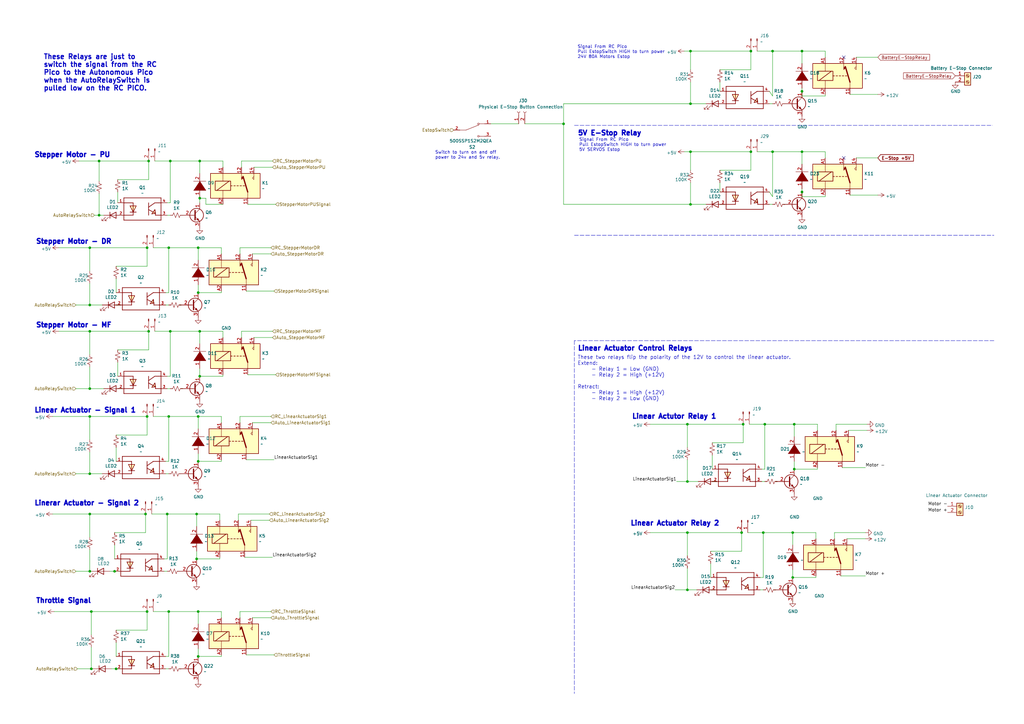
<source format=kicad_sch>
(kicad_sch (version 20211123) (generator eeschema)
  (paper "A3")
  (junction (at 313.055 218.44))
  (junction (at 325.12 236.855))
  (junction (at 325.755 192.405))
  (junction (at 281.94 197.485))
  (junction (at 60.325 250.825))
  (junction (at 328.93 20.955))
  (junction (at 60.96 135.89))
  (junction (at 69.215 170.815))
  (junction (at 36.83 194.31))
  (junction (at 47.625 274.32))
  (junction (at 37.465 274.32))
  (junction (at 81.915 66.04))
  (junction (at 36.83 101.6))
  (junction (at 69.215 101.6))
  (junction (at 69.85 66.04))
  (junction (at 69.215 250.825))
  (junction (at 60.325 170.815))
  (junction (at 81.28 120.015))
  (junction (at 60.96 66.04))
  (junction (at 316.865 62.23))
  (junction (at 36.83 159.385))
  (junction (at 80.645 210.82))
  (junction (at 307.975 20.955))
  (junction (at 328.93 62.23))
  (junction (at 325.755 173.99))
  (junction (at 81.28 269.24))
  (junction (at 304.8 173.99))
  (junction (at 81.28 101.6))
  (junction (at 283.21 83.82))
  (junction (at 68.58 210.82))
  (junction (at 36.83 234.315))
  (junction (at 304.165 218.44))
  (junction (at 328.93 78.74))
  (junction (at 328.93 37.465))
  (junction (at 316.865 20.955))
  (junction (at 36.83 210.82))
  (junction (at 37.465 250.825))
  (junction (at 69.85 135.89))
  (junction (at 81.915 135.89))
  (junction (at 80.645 229.235))
  (junction (at 231.14 50.8))
  (junction (at 40.64 88.265))
  (junction (at 281.94 173.99))
  (junction (at 81.915 81.28))
  (junction (at 40.64 66.04))
  (junction (at 81.28 189.23))
  (junction (at 46.99 234.315))
  (junction (at 283.21 62.23))
  (junction (at 81.28 170.815))
  (junction (at 36.83 125.095))
  (junction (at 60.325 101.6))
  (junction (at 281.94 218.44))
  (junction (at 281.94 241.935))
  (junction (at 81.915 154.305))
  (junction (at 307.975 62.23))
  (junction (at 81.28 250.825))
  (junction (at 313.69 173.99))
  (junction (at 36.83 170.815))
  (junction (at 283.21 42.545))
  (junction (at 36.83 135.89))
  (junction (at 283.21 20.955))
  (junction (at 325.12 218.44))
  (junction (at 59.69 210.82))
  (no_connect (at 346.075 64.77))
  (no_connect (at 346.075 23.495))
  (wire (pts (xy 338.455 38.735) (xy 338.455 39.37)))
  (wire (pts (xy 307.975 20.955) (xy 307.975 28.575)))
  (wire (pts (xy 325.755 173.99) (xy 325.755 179.07)))
  (wire (pts (xy 360.045 38.735) (xy 348.615 38.735)))
  (wire (pts (xy 111.76 228.6) (xy 100.33 228.6)))
  (wire (pts (xy 283.21 33.655) (xy 283.21 42.545)))
  (wire (pts (xy 40.64 79.375) (xy 40.64 88.265)))
  (wire (pts (xy 90.805 119.38) (xy 90.805 120.015)))
  (wire (pts (xy 103.505 253.365) (xy 111.125 253.365)))
  (wire (pts (xy 98.425 250.825) (xy 98.425 253.365)))
  (wire (pts (xy 316.865 39.37) (xy 316.865 20.955)))
  (wire (pts (xy 281.94 218.44) (xy 304.165 218.44)))
  (wire (pts (xy 60.325 109.22) (xy 47.625 109.22)))
  (wire (pts (xy 67.945 274.32) (xy 69.215 274.32)))
  (wire (pts (xy 90.17 210.82) (xy 80.645 210.82)))
  (wire (pts (xy 60.325 170.815) (xy 60.325 178.435)))
  (wire (pts (xy 81.915 135.89) (xy 81.915 140.97)))
  (wire (pts (xy 102.87 213.36) (xy 110.49 213.36)))
  (wire (pts (xy 316.865 80.645) (xy 316.865 62.23)))
  (wire (pts (xy 81.28 120.015) (xy 81.28 116.84)))
  (wire (pts (xy 112.395 188.595) (xy 100.965 188.595)))
  (wire (pts (xy 67.945 194.31) (xy 69.215 194.31)))
  (wire (pts (xy 297.18 42.545) (xy 295.275 42.545)))
  (wire (pts (xy 338.455 80.645) (xy 328.93 80.645)))
  (wire (pts (xy 97.79 210.82) (xy 97.79 213.36)))
  (wire (pts (xy 325.755 192.405) (xy 325.755 189.23)))
  (wire (pts (xy 81.915 83.185) (xy 81.915 81.28)))
  (wire (pts (xy 281.94 218.44) (xy 281.94 227.965)))
  (wire (pts (xy 62.23 210.82) (xy 68.58 210.82)))
  (wire (pts (xy 81.915 66.04) (xy 81.915 71.12)))
  (wire (pts (xy 111.125 101.6) (xy 98.425 101.6)))
  (wire (pts (xy 47.625 274.32) (xy 45.72 274.32)))
  (wire (pts (xy 351.155 23.495) (xy 360.045 23.495)))
  (wire (pts (xy 315.595 83.82) (xy 316.865 83.82)))
  (wire (pts (xy 307.975 69.85) (xy 295.275 69.85)))
  (wire (pts (xy 304.165 226.06) (xy 291.465 226.06)))
  (wire (pts (xy 36.83 159.385) (xy 42.545 159.385)))
  (wire (pts (xy 277.495 197.485) (xy 281.94 197.485)))
  (wire (pts (xy 90.805 120.015) (xy 81.28 120.015)))
  (wire (pts (xy 313.69 192.405) (xy 313.69 173.99)))
  (wire (pts (xy 335.28 191.77) (xy 335.28 192.405)))
  (wire (pts (xy 36.83 170.815) (xy 60.325 170.815)))
  (wire (pts (xy 338.455 20.955) (xy 328.93 20.955)))
  (wire (pts (xy 201.295 50.8) (xy 212.725 50.8)))
  (wire (pts (xy 24.13 101.6) (xy 36.83 101.6)))
  (wire (pts (xy 90.805 269.24) (xy 81.28 269.24)))
  (wire (pts (xy 37.465 265.43) (xy 37.465 274.32)))
  (wire (pts (xy 111.125 170.815) (xy 98.425 170.815)))
  (wire (pts (xy 24.13 135.89) (xy 36.83 135.89)))
  (wire (pts (xy 338.455 64.77) (xy 338.455 62.23)))
  (wire (pts (xy 311.785 236.855) (xy 313.055 236.855)))
  (polyline (pts (xy 235.585 51.435) (xy 407.035 51.435)))
  (wire (pts (xy 295.275 74.93) (xy 295.275 78.74)))
  (wire (pts (xy 328.93 37.465) (xy 328.93 36.195)))
  (wire (pts (xy 68.58 210.82) (xy 80.645 210.82)))
  (wire (pts (xy 47.625 114.3) (xy 47.625 120.015)))
  (wire (pts (xy 90.805 104.14) (xy 90.805 101.6)))
  (wire (pts (xy 36.83 194.31) (xy 41.91 194.31)))
  (wire (pts (xy 335.28 173.99) (xy 325.755 173.99)))
  (wire (pts (xy 60.325 258.445) (xy 47.625 258.445)))
  (wire (pts (xy 90.17 213.36) (xy 90.17 210.82)))
  (wire (pts (xy 60.325 178.435) (xy 47.625 178.435)))
  (wire (pts (xy 69.85 66.04) (xy 81.915 66.04)))
  (wire (pts (xy 31.115 194.31) (xy 36.83 194.31)))
  (wire (pts (xy 315.595 37.465) (xy 316.865 39.37)))
  (wire (pts (xy 36.83 135.89) (xy 36.83 145.415)))
  (wire (pts (xy 80.645 210.82) (xy 80.645 215.9)))
  (wire (pts (xy 281.94 197.485) (xy 286.385 197.485)))
  (wire (pts (xy 67.945 120.015) (xy 69.215 120.015)))
  (wire (pts (xy 31.115 159.385) (xy 36.83 159.385)))
  (wire (pts (xy 36.83 210.82) (xy 59.69 210.82)))
  (wire (pts (xy 111.76 66.04) (xy 99.06 66.04)))
  (wire (pts (xy 81.915 154.305) (xy 81.915 151.13)))
  (wire (pts (xy 36.83 125.095) (xy 41.91 125.095)))
  (wire (pts (xy 74.93 88.265) (xy 74.295 88.265)))
  (wire (pts (xy 90.805 188.595) (xy 90.805 189.23)))
  (wire (pts (xy 81.28 269.24) (xy 81.28 266.065)))
  (wire (pts (xy 316.865 62.23) (xy 328.93 62.23)))
  (wire (pts (xy 307.975 62.23) (xy 307.975 69.85)))
  (wire (pts (xy 90.805 170.815) (xy 81.28 170.815)))
  (wire (pts (xy 328.93 78.74) (xy 328.93 77.47)))
  (wire (pts (xy 99.06 135.89) (xy 99.06 138.43)))
  (wire (pts (xy 99.06 66.04) (xy 99.06 68.58)))
  (wire (pts (xy 338.455 62.23) (xy 328.93 62.23)))
  (wire (pts (xy 74.295 125.095) (xy 73.66 125.095)))
  (wire (pts (xy 325.12 236.855) (xy 325.12 233.68)))
  (wire (pts (xy 321.945 83.82) (xy 321.31 83.82)))
  (wire (pts (xy 112.395 119.38) (xy 100.965 119.38)))
  (wire (pts (xy 90.17 228.6) (xy 90.17 229.235)))
  (wire (pts (xy 62.865 250.825) (xy 69.215 250.825)))
  (wire (pts (xy 280.67 20.955) (xy 283.21 20.955)))
  (wire (pts (xy 48.895 234.315) (xy 46.99 234.315)))
  (wire (pts (xy 69.215 250.825) (xy 81.28 250.825)))
  (wire (pts (xy 316.865 20.955) (xy 328.93 20.955)))
  (wire (pts (xy 338.455 39.37) (xy 328.93 39.37)))
  (wire (pts (xy 313.69 173.99) (xy 325.755 173.99)))
  (wire (pts (xy 98.425 170.815) (xy 98.425 173.355)))
  (wire (pts (xy 40.64 88.265) (xy 42.545 88.265)))
  (wire (pts (xy 334.645 236.22) (xy 334.645 236.855)))
  (wire (pts (xy 281.94 173.99) (xy 281.94 183.515)))
  (wire (pts (xy 69.85 135.89) (xy 81.915 135.89)))
  (wire (pts (xy 292.1 186.69) (xy 292.1 192.405)))
  (wire (pts (xy 304.8 181.61) (xy 292.1 181.61)))
  (wire (pts (xy 36.83 185.42) (xy 36.83 194.31)))
  (wire (pts (xy 84.455 83.82) (xy 84.455 81.28)))
  (wire (pts (xy 307.34 173.99) (xy 313.69 173.99)))
  (wire (pts (xy 60.96 66.04) (xy 60.96 73.66)))
  (wire (pts (xy 68.58 154.305) (xy 69.85 154.305)))
  (wire (pts (xy 37.465 274.32) (xy 38.1 274.32)))
  (wire (pts (xy 74.93 159.385) (xy 74.295 159.385)))
  (wire (pts (xy 37.465 250.825) (xy 37.465 260.35)))
  (wire (pts (xy 36.83 116.205) (xy 36.83 125.095)))
  (wire (pts (xy 281.94 233.045) (xy 281.94 241.935)))
  (wire (pts (xy 37.465 250.825) (xy 60.325 250.825)))
  (wire (pts (xy 68.58 83.185) (xy 69.85 83.185)))
  (wire (pts (xy 342.265 218.44) (xy 342.265 220.98)))
  (wire (pts (xy 334.645 218.44) (xy 325.12 218.44)))
  (wire (pts (xy 328.93 62.23) (xy 328.93 67.31)))
  (wire (pts (xy 62.865 170.815) (xy 69.215 170.815)))
  (wire (pts (xy 342.9 173.99) (xy 342.9 176.53)))
  (wire (pts (xy 90.17 229.235) (xy 80.645 229.235)))
  (wire (pts (xy 74.295 274.32) (xy 73.66 274.32)))
  (wire (pts (xy 318.77 197.485) (xy 318.135 197.485)))
  (wire (pts (xy 283.21 20.955) (xy 283.21 28.575)))
  (wire (pts (xy 90.805 101.6) (xy 81.28 101.6)))
  (wire (pts (xy 59.69 210.82) (xy 59.69 218.44)))
  (wire (pts (xy 67.945 189.23) (xy 69.215 189.23)))
  (wire (pts (xy 90.805 189.23) (xy 81.28 189.23)))
  (wire (pts (xy 50.165 159.385) (xy 48.26 159.385)))
  (wire (pts (xy 283.21 42.545) (xy 289.56 42.545)))
  (wire (pts (xy 36.83 234.315) (xy 37.465 234.315)))
  (wire (pts (xy 31.75 274.32) (xy 37.465 274.32)))
  (wire (pts (xy 104.14 138.43) (xy 111.76 138.43)))
  (wire (pts (xy 32.385 66.04) (xy 40.64 66.04)))
  (wire (pts (xy 307.975 28.575) (xy 295.275 28.575)))
  (wire (pts (xy 113.03 83.82) (xy 101.6 83.82)))
  (wire (pts (xy 354.965 236.22) (xy 344.805 236.22)))
  (wire (pts (xy 318.135 241.935) (xy 317.5 241.935)))
  (wire (pts (xy 21.59 210.82) (xy 36.83 210.82)))
  (wire (pts (xy 21.59 170.815) (xy 36.83 170.815)))
  (wire (pts (xy 351.155 64.77) (xy 360.045 64.77)))
  (wire (pts (xy 60.325 250.825) (xy 60.325 258.445)))
  (wire (pts (xy 36.83 150.495) (xy 36.83 159.385)))
  (wire (pts (xy 31.115 125.095) (xy 36.83 125.095)))
  (wire (pts (xy 49.53 194.31) (xy 47.625 194.31)))
  (wire (pts (xy 312.42 192.405) (xy 313.69 192.405)))
  (wire (pts (xy 313.055 236.855) (xy 313.055 218.44)))
  (wire (pts (xy 80.645 229.235) (xy 80.645 226.06)))
  (wire (pts (xy 280.67 62.23) (xy 283.21 62.23)))
  (wire (pts (xy 91.44 138.43) (xy 91.44 135.89)))
  (wire (pts (xy 283.21 62.23) (xy 307.975 62.23)))
  (wire (pts (xy 310.515 62.23) (xy 316.865 62.23)))
  (wire (pts (xy 328.93 37.465) (xy 328.93 39.37)))
  (wire (pts (xy 67.945 269.24) (xy 69.215 269.24)))
  (wire (pts (xy 67.31 234.315) (xy 68.58 234.315)))
  (wire (pts (xy 315.595 42.545) (xy 316.865 42.545)))
  (wire (pts (xy 283.21 20.955) (xy 307.975 20.955)))
  (wire (pts (xy 334.645 236.855) (xy 325.12 236.855)))
  (wire (pts (xy 110.49 210.82) (xy 97.79 210.82)))
  (wire (pts (xy 49.53 125.095) (xy 47.625 125.095)))
  (wire (pts (xy 84.455 81.28) (xy 81.915 81.28)))
  (wire (pts (xy 328.93 20.955) (xy 328.93 26.035)))
  (wire (pts (xy 111.76 135.89) (xy 99.06 135.89)))
  (wire (pts (xy 48.26 148.59) (xy 48.26 154.305)))
  (wire (pts (xy 91.44 68.58) (xy 91.44 66.04)))
  (wire (pts (xy 81.28 101.6) (xy 81.28 106.68)))
  (wire (pts (xy 294.005 197.485) (xy 292.1 197.485)))
  (wire (pts (xy 90.805 253.365) (xy 90.805 250.825)))
  (wire (pts (xy 50.165 88.265) (xy 48.26 88.265)))
  (wire (pts (xy 60.96 135.89) (xy 60.96 143.51)))
  (wire (pts (xy 347.345 220.98) (xy 354.965 220.98)))
  (wire (pts (xy 31.115 234.315) (xy 36.83 234.315)))
  (wire (pts (xy 69.85 83.185) (xy 69.85 66.04)))
  (wire (pts (xy 297.18 83.82) (xy 295.275 83.82)))
  (wire (pts (xy 311.785 241.935) (xy 313.055 241.935)))
  (wire (pts (xy 113.03 153.67) (xy 101.6 153.67)))
  (wire (pts (xy 68.58 229.235) (xy 68.58 210.82)))
  (wire (pts (xy 81.28 189.23) (xy 81.28 186.055)))
  (wire (pts (xy 81.28 170.815) (xy 81.28 175.895)))
  (wire (pts (xy 266.7 173.99) (xy 281.94 173.99)))
  (wire (pts (xy 68.58 88.265) (xy 69.85 88.265)))
  (wire (pts (xy 103.505 104.14) (xy 111.125 104.14)))
  (wire (pts (xy 69.215 269.24) (xy 69.215 250.825)))
  (wire (pts (xy 354.965 218.44) (xy 342.265 218.44)))
  (wire (pts (xy 334.645 220.98) (xy 334.645 218.44)))
  (wire (pts (xy 231.14 42.545) (xy 283.21 42.545)))
  (wire (pts (xy 306.705 218.44) (xy 313.055 218.44)))
  (polyline (pts (xy 407.67 139.7) (xy 235.585 139.7)))
  (wire (pts (xy 60.96 73.66) (xy 48.26 73.66)))
  (wire (pts (xy 312.42 197.485) (xy 313.69 197.485)))
  (wire (pts (xy 67.31 229.235) (xy 68.58 229.235)))
  (wire (pts (xy 231.14 42.545) (xy 231.14 50.8)))
  (wire (pts (xy 98.425 101.6) (xy 98.425 104.14)))
  (wire (pts (xy 91.44 66.04) (xy 81.915 66.04)))
  (wire (pts (xy 40.64 66.04) (xy 60.96 66.04)))
  (polyline (pts (xy 235.585 139.7) (xy 235.585 284.48)))
  (wire (pts (xy 335.28 176.53) (xy 335.28 173.99)))
  (wire (pts (xy 295.275 33.655) (xy 295.275 37.465)))
  (wire (pts (xy 315.595 78.74) (xy 316.865 80.645)))
  (wire (pts (xy 283.21 74.93) (xy 283.21 83.82)))
  (wire (pts (xy 266.7 218.44) (xy 281.94 218.44)))
  (wire (pts (xy 81.28 250.825) (xy 81.28 255.905)))
  (wire (pts (xy 69.215 170.815) (xy 81.28 170.815)))
  (wire (pts (xy 111.125 250.825) (xy 98.425 250.825)))
  (wire (pts (xy 36.83 101.6) (xy 60.325 101.6)))
  (wire (pts (xy 67.945 125.095) (xy 69.215 125.095)))
  (wire (pts (xy 69.215 189.23) (xy 69.215 170.815)))
  (wire (pts (xy 22.225 250.825) (xy 37.465 250.825)))
  (wire (pts (xy 354.965 191.77) (xy 345.44 191.77)))
  (wire (pts (xy 90.805 173.355) (xy 90.805 170.815)))
  (wire (pts (xy 91.44 153.67) (xy 91.44 154.305)))
  (wire (pts (xy 91.44 135.89) (xy 81.915 135.89)))
  (wire (pts (xy 36.83 135.89) (xy 60.96 135.89)))
  (wire (pts (xy 36.83 170.815) (xy 36.83 180.34)))
  (wire (pts (xy 360.045 80.01) (xy 348.615 80.01)))
  (wire (pts (xy 293.37 241.935) (xy 291.465 241.935)))
  (wire (pts (xy 46.99 223.52) (xy 46.99 229.235)))
  (wire (pts (xy 81.915 80.01) (xy 81.915 81.28)))
  (wire (pts (xy 69.215 101.6) (xy 81.28 101.6)))
  (wire (pts (xy 91.44 83.82) (xy 84.455 83.82)))
  (wire (pts (xy 283.21 83.82) (xy 231.14 83.82)))
  (wire (pts (xy 347.98 176.53) (xy 355.6 176.53)))
  (wire (pts (xy 325.12 218.44) (xy 325.12 223.52)))
  (wire (pts (xy 38.735 88.265) (xy 40.64 88.265)))
  (wire (pts (xy 304.165 218.44) (xy 304.165 226.06)))
  (wire (pts (xy 283.21 83.82) (xy 289.56 83.82)))
  (wire (pts (xy 281.94 188.595) (xy 281.94 197.485)))
  (wire (pts (xy 90.805 250.825) (xy 81.28 250.825)))
  (wire (pts (xy 68.58 159.385) (xy 69.85 159.385)))
  (wire (pts (xy 328.93 78.74) (xy 328.93 80.645)))
  (wire (pts (xy 36.83 101.6) (xy 36.83 111.125)))
  (wire (pts (xy 40.64 66.04) (xy 40.64 74.295)))
  (wire (pts (xy 103.505 173.355) (xy 111.125 173.355)))
  (wire (pts (xy 313.055 218.44) (xy 325.12 218.44)))
  (wire (pts (xy 59.69 218.44) (xy 46.99 218.44)))
  (wire (pts (xy 69.85 154.305) (xy 69.85 135.89)))
  (wire (pts (xy 74.295 194.31) (xy 73.66 194.31)))
  (wire (pts (xy 48.26 78.74) (xy 48.26 83.185)))
  (wire (pts (xy 281.94 241.935) (xy 285.75 241.935)))
  (wire (pts (xy 36.83 225.425) (xy 36.83 234.315)))
  (wire (pts (xy 325.12 246.38) (xy 325.12 247.015)))
  (wire (pts (xy 338.455 80.01) (xy 338.455 80.645)))
  (wire (pts (xy 73.66 234.315) (xy 73.025 234.315)))
  (wire (pts (xy 338.455 23.495) (xy 338.455 20.955)))
  (wire (pts (xy 215.265 50.8) (xy 231.14 50.8)))
  (wire (pts (xy 231.14 50.8) (xy 231.14 83.82)))
  (wire (pts (xy 60.325 101.6) (xy 60.325 109.22)))
  (wire (pts (xy 46.99 234.315) (xy 45.085 234.315)))
  (wire (pts (xy 304.8 173.99) (xy 304.8 181.61)))
  (wire (pts (xy 90.805 268.605) (xy 90.805 269.24)))
  (polyline (pts (xy 235.585 96.52) (xy 407.67 96.52)))
  (wire (pts (xy 47.625 263.525) (xy 47.625 269.24)))
  (wire (pts (xy 291.465 231.14) (xy 291.465 236.855)))
  (wire (pts (xy 63.5 135.89) (xy 69.85 135.89)))
  (wire (pts (xy 47.625 183.515) (xy 47.625 189.23)))
  (wire (pts (xy 63.5 66.04) (xy 69.85 66.04)))
  (wire (pts (xy 355.6 173.99) (xy 342.9 173.99)))
  (wire (pts (xy 69.215 120.015) (xy 69.215 101.6)))
  (wire (pts (xy 310.515 20.955) (xy 316.865 20.955)))
  (wire (pts (xy 49.53 274.32) (xy 47.625 274.32)))
  (wire (pts (xy 276.86 241.935) (xy 281.94 241.935)))
  (wire (pts (xy 283.21 62.23) (xy 283.21 69.85)))
  (wire (pts (xy 62.865 101.6) (xy 69.215 101.6)))
  (wire (pts (xy 36.83 210.82) (xy 36.83 220.345)))
  (wire (pts (xy 112.395 268.605) (xy 100.965 268.605)))
  (wire (pts (xy 335.28 192.405) (xy 325.755 192.405)))
  (wire (pts (xy 60.96 143.51) (xy 48.26 143.51)))
  (wire (pts (xy 321.945 42.545) (xy 321.31 42.545)))
  (wire (pts (xy 91.44 154.305) (xy 81.915 154.305)))
  (wire (pts (xy 104.14 68.58) (xy 111.76 68.58)))
  (wire (pts (xy 281.94 173.99) (xy 304.8 173.99)))
  (text "5V E-Stop Relay" (at 236.855 55.88 0) (effects (font (size 2 2) (thickness 0.5994) bold) (justify left bottom)))
  (text "These Relays are just to \nswitch the signal from the RC \nPico to the Autonomous Pico \nwhen the AutoRelaySwitch is \npulled low on the RC PICO." (at 17.78 37.465 0) (effects (font (size 2 2) (thickness 0.4) bold) (justify left bottom)))
  (text "Stepper Motor - PU" (at 13.97 64.77 0) (effects (font (size 2 2) (thickness 0.5994) bold) (justify left bottom)))
  (text "Switch to turn on and off \npower to 24v and 5v relay." (at 178.435 65.405 0) (effects (font (size 1.27 1.27)) (justify left bottom)))
  (text "Linear Actutor Relay 1" (at 259.08 172.085 0) (effects (font (size 2 2) (thickness 0.5994) bold) (justify left bottom)))
  (text "Linear Actuator Relay 2" (at 258.445 215.9 0) (effects (font (size 2 2) (thickness 0.5994) bold) (justify left bottom)))
  (text "Stepper Motor - MF" (at 14.605 134.62 0) (effects (font (size 2 2) (thickness 0.5994) bold) (justify left bottom)))
  (text "Signal From RC Pico \nPull EstopSwitch HIGH to turn power\n5V SERVOS Estop" (at 237.49 62.23 0) (effects (font (size 1.27 1.27)) (justify left bottom)))
  (text "Linear Actuator Control Relays" (at 236.855 144.145 0) (effects (font (size 2 2) (thickness 0.5994) bold) (justify left bottom)))
  (text "Stepper Motor - DR" (at 14.605 100.33 0) (effects (font (size 2 2) (thickness 0.5994) bold) (justify left bottom)))
  (text "Linear Actuator - Signal 1" (at 13.97 169.545 0) (effects (font (size 2 2) (thickness 0.5994) bold) (justify left bottom)))
  (text "Linerar Actuator - Signal 2" (at 13.97 207.645 0) (effects (font (size 2 2) (thickness 0.5994) bold) (justify left bottom)))
  (text "Throttle Signal" (at 14.605 247.65 0) (effects (font (size 2 2) (thickness 0.5994) bold) (justify left bottom)))
  (text "Signal From RC Pico \nPull EstopSwitch HIGH to turn power\n24V 80A Motors Estop" (at 236.855 24.13 0) (effects (font (size 1.27 1.27)) (justify left bottom)))
  (text "These two relays flip the polarity of the 12V to control the linear actuator.\nExtend:\n	- Relay 1 = Low (GND)\n	- Relay 2 = High (+12V)\n\nRetract:\n	- Relay 1 = High (+12V)\n	- Relay 2 = Low (GND)" (at 236.855 164.465 0) (effects (font (size 1.5 1.5)) (justify left bottom)))
  (label "Motor +" (at 388.62 210.185 180))
  (label "LinearActuatorSig1" (at 112.395 188.595 0))
  (label "Motor +" (at 354.965 236.22 0))
  (label "LinearActuatorSig2" (at 276.86 241.935 180))
  (label "Motor -" (at 354.965 191.77 0))
  (label "LinearActuatorSig2" (at 111.76 228.6 0))
  (label "LinearActuatorSig1" (at 277.495 197.485 180))
  (label "Motor -" (at 388.62 207.645 180))
  (global_label "E-Stop +5V" (shape input) (at 360.045 64.77 0) (effects (font bold)) (property "Intersheet References" "${INTERSHEET_REFS}" (effects hide)))
  (global_label "BatteryE-StopRelay" (shape input) (at 360.045 23.495 0) (property "Intersheet References" "${INTERSHEET_REFS}" (effects hide)))
  (global_label "BatteryE-StopRelay" (shape input) (at 391.795 31.115 180) (property "Intersheet References" "${INTERSHEET_REFS}" (effects hide)))
  (hierarchical_label "ThrottleSignal" (shape input) (at 112.395 268.605 0))
  (hierarchical_label "Auto_StepperMotorPU" (shape input) (at 111.76 68.58 0))
  (hierarchical_label "RC_StepperMotorPU" (shape input) (at 111.76 66.04 0))
  (hierarchical_label "AutoRelaySwitch" (shape input) (at 31.115 125.095 180))
  (hierarchical_label "AutoRelaySwitch" (shape input) (at 31.115 159.385 180))
  (hierarchical_label "AutoRelaySwitch" (shape input) (at 31.115 194.31 180))
  (hierarchical_label "AutoRelaySwitch" (shape input) (at 31.115 234.315 180))
  (hierarchical_label "RC_LinearActuatorSig1" (shape input) (at 111.125 170.815 0))
  (hierarchical_label "Auto_StepperMotorDR" (shape input) (at 111.125 104.14 0))
  (hierarchical_label "RC_LinearActuatorSig2" (shape input) (at 110.49 210.82 0))
  (hierarchical_label "AutoRelaySwitch" (shape input) (at 31.75 274.32 180))
  (hierarchical_label "RC_StepperMotorDR" (shape input) (at 111.125 101.6 0))
  (hierarchical_label "Auto_ThrottleSignal" (shape input) (at 111.125 253.365 0))
  (hierarchical_label "RC_ThrottleSignal" (shape input) (at 111.125 250.825 0))
  (hierarchical_label "Auto_LinearActuatorSig2" (shape input) (at 110.49 213.36 0))
  (hierarchical_label "StepperMotorMFSignal" (shape input) (at 113.03 153.67 0))
  (hierarchical_label "RC_StepperMotorMF" (shape input) (at 111.76 135.89 0))
  (hierarchical_label "Auto_LinearActuatorSig1" (shape input) (at 111.125 173.355 0))
  (hierarchical_label "Auto_StepperMotorMF" (shape input) (at 111.76 138.43 0))
  (hierarchical_label "EstopSwitch" (shape input) (at 186.055 53.34 180))
  (hierarchical_label "AutoRelaySwitch" (shape input) (at 38.735 88.265 180))
  (hierarchical_label "StepperMotorDRSignal" (shape input) (at 112.395 119.38 0))
  (hierarchical_label "StepperMotorPUSignal" (shape input) (at 113.03 83.82 0))
  (symbol (lib_id "Device:R_Small_US") (at 292.1 184.15 0) (unit 1)
    (property "Reference" "R17" (at 293.8272 182.9816 0) (effects (justify left)))
    (property "Value" "1K" (at 293.8272 185.293 0) (effects (justify left)))
    (property "Footprint" "Resistor_SMD:R_0805_2012Metric_Pad1.20x1.40mm_HandSolder" (effects hide))
  )
  (symbol (lib_id "Connector:Conn_01x02_Male") (at 63.5 130.81 270) (unit 1)
    (property "Reference" "J13" (at 64.77 129.54 90) (effects (justify left)))
    (property "Value" "~" (at 64.77 132.08 90) (effects (justify left)))
    (property "Footprint" "Connector_PinHeader_2.54mm:PinHeader_1x02_P2.54mm_Vertical" (effects hide))
  )
  (symbol (lib_id "Device:R_Small_US") (at 295.275 31.115 0) (unit 1)
    (property "Reference" "R14" (at 297.0022 29.9466 0) (effects (justify left)))
    (property "Value" "1K" (at 297.0022 32.258 0) (effects (justify left)))
    (property "Footprint" "Resistor_SMD:R_0805_2012Metric_Pad1.20x1.40mm_HandSolder" (effects hide))
  )
  (symbol (lib_id "power:+5V") (at 280.67 62.23 90) (unit 1)
    (property "Reference" "#PWR0198" (effects hide))
    (property "Value" "+5V" (at 277.4951 62.6638 90) (effects (justify left)))
  )
  (symbol (lib_id "power:+12V") (at 354.965 220.98 270) (unit 1)
    (property "Reference" "#PWR0152" (effects hide))
    (property "Value" "+12V" (at 358.14 221.4138 90) (effects (justify left)))
  )
  (symbol (lib_id "Device:R_Small_US") (at 71.755 274.32 270) (unit 1)
    (property "Reference" "R38" (at 71.755 269.113 90))
    (property "Value" "1K" (at 71.755 271.4244 90))
    (property "Footprint" "Resistor_SMD:R_0805_2012Metric_Pad1.20x1.40mm_HandSolder" (effects hide))
  )
  (symbol (lib_id "Device:R_Small_US") (at 47.625 180.975 0) (unit 1)
    (property "Reference" "R4" (at 49.3522 179.8066 0) (effects (justify left)))
    (property "Value" "1K" (at 49.3522 182.118 0) (effects (justify left)))
    (property "Footprint" "Resistor_SMD:R_0805_2012Metric_Pad1.20x1.40mm_HandSolder" (effects hide))
  )
  (symbol (lib_id "Transistor_BJT:BC547") (at 326.39 83.82 0) (unit 1)
    (property "Reference" "Q20" (at 331.216 82.6516 0) (effects (justify left)))
    (property "Value" "~" (at 331.216 84.963 0) (effects (justify left)))
    (property "Footprint" "Package_TO_SOT_THT:TO-92_Inline" (effects hide))
    (property "Datasheet" "https://www.onsemi.com/pub/Collateral/BC550-D.pdf" (effects hide))
  )
  (symbol (lib_id "power:GND") (at 328.93 88.9 0) (unit 1)
    (property "Reference" "#PWR0199" (effects hide))
    (property "Value" "~" (at 329.057 93.2942 0))
  )
  (symbol (lib_id "Device:R_Small_US") (at 319.405 83.82 270) (unit 1)
    (property "Reference" "R35" (at 319.405 78.613 90))
    (property "Value" "1K" (at 319.405 80.9244 90))
    (property "Footprint" "Resistor_SMD:R_0805_2012Metric_Pad1.20x1.40mm_HandSolder" (effects hide))
  )
  (symbol (lib_id "Connector:Conn_01x02_Male") (at 62.23 205.74 270) (unit 1)
    (property "Reference" "J15" (at 63.5 204.47 90) (effects (justify left)))
    (property "Value" "~" (at 63.5 207.01 90) (effects (justify left)))
    (property "Footprint" "Connector_PinHeader_2.54mm:PinHeader_1x02_P2.54mm_Vertical" (effects hide))
  )
  (symbol (lib_id "Connector:Conn_01x02_Male") (at 310.515 57.15 270) (unit 1)
    (property "Reference" "J29" (at 311.785 55.88 90) (effects (justify left)))
    (property "Value" "~" (at 311.785 58.42 90) (effects (justify left)))
    (property "Footprint" "Connector_PinHeader_2.54mm:PinHeader_1x02_P2.54mm_Vertical" (effects hide))
  )
  (symbol (lib_id "power:GND") (at 325.12 246.38 0) (unit 1)
    (property "Reference" "#PWR0144" (effects hide))
    (property "Value" "~" (at 325.247 250.7742 0))
  )
  (symbol (lib_id "Device:R_Small_US") (at 48.26 76.2 0) (unit 1)
    (property "Reference" "R1" (at 49.9872 75.0316 0) (effects (justify left)))
    (property "Value" "1K" (at 49.9872 77.343 0) (effects (justify left)))
    (property "Footprint" "Resistor_SMD:R_0805_2012Metric_Pad1.20x1.40mm_HandSolder" (effects hide))
  )
  (symbol (lib_id "PC817A:PC817A") (at 305.435 81.28 0) (unit 1)
    (property "Reference" "Q19" (at 305.435 72.4662 0))
    (property "Value" "~" (at 305.435 74.7776 0))
    (property "Footprint" "dylan:DIP762W50P254L650H458Q4B" (effects hide))
    (property "MP" "PC817A" (effects hide))
    (property "Description" "Photo-Coupler Photo-Coupler" (effects hide))
    (property "Price" "None" (effects hide))
    (property "Package" "None" (effects hide))
    (property "Availability" "Unavailable" (effects hide))
    (property "MF" "Sharp Microelectronics" (effects hide))
  )
  (symbol (lib_id "pspice:DIODE") (at 81.28 111.76 90) (unit 1)
    (property "Reference" "D10" (at 84.5312 110.5916 90) (effects (justify right)))
    (property "Value" "~" (at 84.5312 112.903 90) (effects (justify right)))
    (property "Footprint" "Diode_SMD:D_1210_3225Metric_Pad1.42x2.65mm_HandSolder" (effects hide))
  )
  (symbol (lib_id "power:GND") (at 81.915 164.465 0) (unit 1)
    (property "Reference" "#PWR0137" (effects hide))
    (property "Value" "~" (at 82.042 168.8592 0))
  )
  (symbol (lib_id "pspice:DIODE") (at 328.93 31.115 90) (unit 1)
    (property "Reference" "D18" (at 332.1812 29.9466 90) (effects (justify right)))
    (property "Value" "~" (at 332.1812 32.258 90) (effects (justify right)))
    (property "Footprint" "Diode_SMD:D_1210_3225Metric_Pad1.42x2.65mm_HandSolder" (effects hide))
  )
  (symbol (lib_id "Connector:Conn_01x02_Male") (at 306.705 213.36 270) (unit 1)
    (property "Reference" "J17" (at 307.975 212.09 90) (effects (justify left)))
    (property "Value" "~" (at 307.975 214.63 90) (effects (justify left)))
    (property "Footprint" "Connector_PinHeader_2.54mm:PinHeader_1x02_P2.54mm_Vertical" (effects hide))
  )
  (symbol (lib_id "Device:R_Small_US") (at 72.39 159.385 270) (unit 1)
    (property "Reference" "R11" (at 72.39 154.178 90))
    (property "Value" "1K" (at 72.39 156.4894 90))
    (property "Footprint" "Resistor_SMD:R_0805_2012Metric_Pad1.20x1.40mm_HandSolder" (effects hide))
  )
  (symbol (lib_id "Device:LED") (at 290.195 197.485 0) (unit 1)
    (property "Reference" "D17" (at 290.0172 191.9732 0))
    (property "Value" "LED2" (at 290.0172 194.2846 0))
    (property "Footprint" "LED_SMD:LED_0402_1005Metric_Pad0.77x0.64mm_HandSolder" (effects hide))
  )
  (symbol (lib_id "Transistor_BJT:BC547") (at 323.215 197.485 0) (unit 1)
    (property "Reference" "Q18" (at 328.041 196.3166 0) (effects (justify left)))
    (property "Value" "~" (at 328.041 198.628 0) (effects (justify left)))
    (property "Footprint" "Package_TO_SOT_THT:TO-92_Inline" (effects hide))
    (property "Datasheet" "https://www.onsemi.com/pub/Collateral/BC550-D.pdf" (effects hide))
  )
  (symbol (lib_id "Relay:FINDER-40.11") (at 95.25 220.98 0) (unit 1)
    (property "Reference" "K5" (at 106.172 219.8116 0) (effects (justify left)))
    (property "Value" "~" (at 106.172 222.123 0) (effects (justify left)))
    (property "Footprint" "Relay_THT:Relay_SPDT_Finder_36.11" (effects hide))
    (property "Datasheet" "https://www.finder-relais.net/de/finder-relais-serie-40.pdf" (effects hide))
  )
  (symbol (lib_id "Relay:FINDER-40.11") (at 340.36 184.15 0) (unit 1)
    (property "Reference" "K9" (at 351.282 182.9816 0) (effects (justify left)))
    (property "Value" "~" (at 351.282 185.293 0) (effects (justify left)))
    (property "Footprint" "Relay_THT:Relay_SPDT_Finder_36.11" (effects hide))
    (property "Datasheet" "https://www.finder-relais.net/de/finder-relais-serie-40.pdf" (effects hide))
  )
  (symbol (lib_id "PC817A:PC817A") (at 302.26 194.945 0) (unit 1)
    (property "Reference" "Q14" (at 302.26 186.1312 0))
    (property "Value" "~" (at 302.26 188.4426 0))
    (property "Footprint" "dylan:DIP762W50P254L650H458Q4B" (effects hide))
    (property "MP" "PC817A" (effects hide))
    (property "Description" "Photo-Coupler Photo-Coupler" (effects hide))
    (property "Price" "None" (effects hide))
    (property "Package" "None" (effects hide))
    (property "Availability" "Unavailable" (effects hide))
    (property "MF" "Sharp Microelectronics" (effects hide))
  )
  (symbol (lib_id "Device:R_Small_US") (at 36.83 182.88 0) (unit 1)
    (property "Reference" "R27" (at 32.385 182.245 0) (effects (justify left)))
    (property "Value" "100K" (at 30.48 184.15 0) (effects (justify left)))
    (property "Footprint" "Resistor_SMD:R_0805_2012Metric_Pad1.20x1.40mm_HandSolder" (effects hide))
  )
  (symbol (lib_id "power:+5V") (at 21.59 170.815 90) (unit 1)
    (property "Reference" "#PWR0140" (effects hide))
    (property "Value" "+5V" (at 18.4151 171.2488 90) (effects (justify left)))
  )
  (symbol (lib_id "pspice:DIODE") (at 81.915 146.05 90) (unit 1)
    (property "Reference" "D11" (at 85.1662 144.8816 90) (effects (justify right)))
    (property "Value" "~" (at 85.1662 147.193 90) (effects (justify right)))
    (property "Footprint" "Diode_SMD:D_1210_3225Metric_Pad1.42x2.65mm_HandSolder" (effects hide))
  )
  (symbol (lib_id "Connector:Screw_Terminal_01x02") (at 393.7 207.645 0) (unit 1)
    (property "Reference" "J10" (at 395.732 208.0803 0) (effects (justify left)))
    (property "Value" "Linear Actuator Connector" (at 379.73 203.2 0) (effects (justify left)))
    (property "Footprint" "dylan:TE_282837-2" (effects hide))
  )
  (symbol (lib_id "Connector:Conn_01x02_Male") (at 63.5 60.96 270) (unit 1)
    (property "Reference" "J11" (at 64.77 59.69 90) (effects (justify left)))
    (property "Value" "~" (at 64.77 62.23 90) (effects (justify left)))
    (property "Footprint" "Connector_PinHeader_2.54mm:PinHeader_1x02_P2.54mm_Vertical" (effects hide))
  )
  (symbol (lib_id "Device:R_Small_US") (at 72.39 88.265 270) (unit 1)
    (property "Reference" "R9" (at 72.39 83.058 90))
    (property "Value" "1K" (at 72.39 85.3694 90))
    (property "Footprint" "Resistor_SMD:R_0805_2012Metric_Pad1.20x1.40mm_HandSolder" (effects hide))
  )
  (symbol (lib_id "Relay:FINDER-40.11") (at 95.885 180.975 0) (unit 1)
    (property "Reference" "K4" (at 106.807 179.8066 0) (effects (justify left)))
    (property "Value" "~" (at 106.807 182.118 0) (effects (justify left)))
    (property "Footprint" "Relay_THT:Relay_SPDT_Finder_36.11" (effects hide))
    (property "Datasheet" "https://www.finder-relais.net/de/finder-relais-serie-40.pdf" (effects hide))
  )
  (symbol (lib_id "pspice:DIODE") (at 80.645 220.98 90) (unit 1)
    (property "Reference" "D13" (at 83.8962 219.8116 90) (effects (justify right)))
    (property "Value" "~" (at 83.8962 222.123 90) (effects (justify right)))
    (property "Footprint" "Diode_SMD:D_1210_3225Metric_Pad1.42x2.65mm_HandSolder" (effects hide))
  )
  (symbol (lib_id "power:GND") (at 355.6 173.99 90) (unit 1)
    (property "Reference" "#PWR0147" (effects hide))
    (property "Value" "GND" (at 358.775 174.4238 90) (effects (justify right)))
  )
  (symbol (lib_id "power:+5V") (at 21.59 210.82 90) (unit 1)
    (property "Reference" "#PWR0141" (effects hide))
    (property "Value" "+5V" (at 18.4151 211.2538 90) (effects (justify left)))
  )
  (symbol (lib_id "power:GND") (at 81.28 130.175 0) (unit 1)
    (property "Reference" "#PWR0135" (effects hide))
    (property "Value" "~" (at 92.837 134.5692 0))
  )
  (symbol (lib_id "PC817A:PC817A") (at 301.625 239.395 0) (unit 1)
    (property "Reference" "Q12" (at 301.625 230.5812 0))
    (property "Value" "~" (at 301.625 232.8926 0))
    (property "Footprint" "dylan:DIP762W50P254L650H458Q4B" (effects hide))
    (property "MP" "PC817A" (effects hide))
    (property "Description" "Photo-Coupler Photo-Coupler" (effects hide))
    (property "Price" "None" (effects hide))
    (property "Package" "None" (effects hide))
    (property "Availability" "Unavailable" (effects hide))
    (property "MF" "Sharp Microelectronics" (effects hide))
  )
  (symbol (lib_id "Relay:FINDER-40.11") (at 343.535 72.39 0) (unit 1)
    (property "Reference" "K11" (at 354.457 71.2216 0) (effects (justify left)))
    (property "Value" "~" (at 354.457 73.533 0) (effects (justify left)))
    (property "Footprint" "Relay_THT:Relay_SPDT_Finder_36.11" (effects hide))
    (property "Datasheet" "https://www.finder-relais.net/de/finder-relais-serie-40.pdf" (effects hide))
  )
  (symbol (lib_id "Device:R_Small_US") (at 295.275 72.39 0) (unit 1)
    (property "Reference" "R34" (at 297.0022 71.2216 0) (effects (justify left)))
    (property "Value" "1K" (at 297.0022 73.533 0) (effects (justify left)))
    (property "Footprint" "Resistor_SMD:R_0805_2012Metric_Pad1.20x1.40mm_HandSolder" (effects hide))
  )
  (symbol (lib_id "PC817A:PC817A") (at 305.435 40.005 0) (unit 1)
    (property "Reference" "Q11" (at 305.435 31.1912 0))
    (property "Value" "~" (at 305.435 33.5026 0))
    (property "Footprint" "dylan:DIP762W50P254L650H458Q4B" (effects hide))
    (property "MP" "PC817A" (effects hide))
    (property "Description" "Photo-Coupler Photo-Coupler" (effects hide))
    (property "Price" "None" (effects hide))
    (property "Package" "None" (effects hide))
    (property "Availability" "Unavailable" (effects hide))
    (property "MF" "Sharp Microelectronics" (effects hide))
  )
  (symbol (lib_id "Device:LED") (at 45.72 125.095 0) (unit 1)
    (property "Reference" "D2" (at 45.5422 119.5832 0))
    (property "Value" "LED2" (at 45.5422 121.8946 0))
    (property "Footprint" "LED_SMD:LED_0402_1005Metric_Pad0.77x0.64mm_HandSolder" (effects hide))
  )
  (symbol (lib_id "power:GND") (at 391.795 33.655 0) (unit 1)
    (property "Reference" "#PWR0129" (effects hide))
    (property "Value" "GND" (at 389.89 37.465 0) (effects (justify left)))
  )
  (symbol (lib_id "Connector:Conn_01x02_Male") (at 62.865 165.735 270) (unit 1)
    (property "Reference" "J14" (at 64.135 164.465 90) (effects (justify left)))
    (property "Value" "~" (at 64.135 167.005 90) (effects (justify left)))
    (property "Footprint" "Connector_PinHeader_2.54mm:PinHeader_1x02_P2.54mm_Vertical" (effects hide))
  )
  (symbol (lib_id "Transistor_BJT:BC547") (at 322.58 241.935 0) (unit 1)
    (property "Reference" "Q16" (at 327.406 240.7666 0) (effects (justify left)))
    (property "Value" "~" (at 327.406 243.078 0) (effects (justify left)))
    (property "Footprint" "Package_TO_SOT_THT:TO-92_Inline" (effects hide))
    (property "Datasheet" "https://www.onsemi.com/pub/Collateral/BC550-D.pdf" (effects hide))
  )
  (symbol (lib_id "pspice:DIODE") (at 325.12 228.6 90) (unit 1)
    (property "Reference" "D19" (at 318.77 228.6 90) (effects (justify right)))
    (property "Value" "~" (at 328.3712 229.743 90) (effects (justify right)))
    (property "Footprint" "Diode_SMD:D_1210_3225Metric_Pad1.42x2.65mm_HandSolder" (effects hide))
  )
  (symbol (lib_id "Device:R_Small_US") (at 40.64 76.835 0) (unit 1)
    (property "Reference" "R24" (at 36.195 76.2 0) (effects (justify left)))
    (property "Value" "100K" (at 34.29 78.105 0) (effects (justify left)))
    (property "Footprint" "Resistor_SMD:R_0805_2012Metric_Pad1.20x1.40mm_HandSolder" (effects hide))
  )
  (symbol (lib_id "Relay:FINDER-40.11") (at 343.535 31.115 0) (unit 1)
    (property "Reference" "K6" (at 354.457 29.9466 0) (effects (justify left)))
    (property "Value" "~" (at 354.457 32.258 0) (effects (justify left)))
    (property "Footprint" "Relay_THT:Relay_SPDT_Finder_36.11" (effects hide))
    (property "Datasheet" "https://www.finder-relais.net/de/finder-relais-serie-40.pdf" (effects hide))
  )
  (symbol (lib_id "Transistor_BJT:BC547") (at 79.375 159.385 0) (unit 1)
    (property "Reference" "Q8" (at 84.201 158.2166 0) (effects (justify left)))
    (property "Value" "~" (at 84.201 160.528 0) (effects (justify left)))
    (property "Footprint" "Package_TO_SOT_THT:TO-92_Inline" (effects hide))
    (property "Datasheet" "https://www.onsemi.com/pub/Collateral/BC550-D.pdf" (effects hide))
  )
  (symbol (lib_id "power:+5V") (at 280.67 20.955 90) (unit 1)
    (property "Reference" "#PWR0149" (effects hide))
    (property "Value" "+5V" (at 277.4951 21.3888 90) (effects (justify left)))
  )
  (symbol (lib_id "PC817A:PC817A") (at 58.42 85.725 0) (unit 1)
    (property "Reference" "Q1" (at 58.42 76.9112 0))
    (property "Value" "~" (at 58.42 79.2226 0))
    (property "Footprint" "dylan:DIP762W50P254L650H458Q4B" (effects hide))
    (property "MP" "PC817A" (effects hide))
    (property "Description" "Photo-Coupler Photo-Coupler" (effects hide))
    (property "Price" "None" (effects hide))
    (property "Package" "None" (effects hide))
    (property "Availability" "Unavailable" (effects hide))
    (property "MF" "Sharp Microelectronics" (effects hide))
  )
  (symbol (lib_id "PC817A:PC817A") (at 57.785 191.77 0) (unit 1)
    (property "Reference" "Q4" (at 57.785 182.9562 0))
    (property "Value" "~" (at 57.785 185.2676 0))
    (property "Footprint" "dylan:DIP762W50P254L650H458Q4B" (effects hide))
    (property "MP" "PC817A" (effects hide))
    (property "Description" "Photo-Coupler Photo-Coupler" (effects hide))
    (property "Price" "None" (effects hide))
    (property "Package" "None" (effects hide))
    (property "Availability" "Unavailable" (effects hide))
    (property "MF" "Sharp Microelectronics" (effects hide))
  )
  (symbol (lib_id "Transistor_BJT:BC547") (at 78.74 194.31 0) (unit 1)
    (property "Reference" "Q9" (at 83.566 193.1416 0) (effects (justify left)))
    (property "Value" "~" (at 83.566 195.453 0) (effects (justify left)))
    (property "Footprint" "Package_TO_SOT_THT:TO-92_Inline" (effects hide))
    (property "Datasheet" "https://www.onsemi.com/pub/Collateral/BC550-D.pdf" (effects hide))
  )
  (symbol (lib_id "Device:LED") (at 289.56 241.935 0) (unit 1)
    (property "Reference" "D15" (at 289.3822 236.4232 0))
    (property "Value" "LED2" (at 289.3822 238.7346 0))
    (property "Footprint" "LED_SMD:LED_0402_1005Metric_Pad0.77x0.64mm_HandSolder" (effects hide))
  )
  (symbol (lib_id "power:+5V") (at 24.13 101.6 90) (unit 1)
    (property "Reference" "#PWR0138" (effects hide))
    (property "Value" "+5V" (at 20.9551 102.0338 90) (effects (justify left)))
  )
  (symbol (lib_id "Device:R_Small_US") (at 48.26 146.05 0) (unit 1)
    (property "Reference" "R3" (at 49.9872 144.8816 0) (effects (justify left)))
    (property "Value" "1K" (at 49.9872 147.193 0) (effects (justify left)))
    (property "Footprint" "Resistor_SMD:R_0805_2012Metric_Pad1.20x1.40mm_HandSolder" (effects hide))
  )
  (symbol (lib_id "Device:LED") (at 45.72 194.31 0) (unit 1)
    (property "Reference" "D4" (at 45.5422 188.7982 0))
    (property "Value" "LED2" (at 45.5422 191.1096 0))
    (property "Footprint" "LED_SMD:LED_0402_1005Metric_Pad0.77x0.64mm_HandSolder" (effects hide))
  )
  (symbol (lib_id "500SSP1S2M2QEA:500SSP1S2M2QEA") (at 193.675 53.34 0) (unit 1)
    (property "Reference" "S2" (at 193.675 60.325 0))
    (property "Value" "500SSP1S2M2QEA" (at 193.04 57.785 0))
    (property "Footprint" "dylan:SW_500SSP1S2M2QEA" (effects hide))
    (property "Datasheet" "https://www.digikey.com/en/products/detail/e-switch/500SSP1S2M2QEA/1803993?utm_adgroup=&utm_source=google&utm_medium=cpc&utm_campaign=PMax%20Shopping_Product_Low%20ROAS%20Categories&utm_term=&utm_content=&utm_id=go_cmp-20243063506_adg-_ad-__dev-c_ext-_prd-1803993_sig-Cj0KCQiA5fetBhC9ARIsAP1UMgF_lKoLxJErkFHgZVcsSd0KgjoC60Ft3_n5XenuKVFArcmdF-f7iD0aAqA_EALw_wcB&gad_source=1&gclid=Cj0KCQiA5fetBhC9ARIsAP1UMgF_lKoLxJErkFHgZVcsSd0KgjoC60Ft3_n5XenuKVFArcmdF-f7iD0aAqA_EALw_wcB" (effects hide))
    (property "MF" "E-Switch" (effects hide))
    (property "MAXIMUM_PACKAGE_HEIGHT" "13.59mm" (effects hide))
    (property "Package" "None" (effects hide))
    (property "Price" "None" (effects hide))
    (property "Check_prices" "https://www.snapeda.com/parts/500SSP1S2M2QEA/E-Switch/view-part/?ref=eda" (effects hide))
    (property "STANDARD" "Manufacturer Recommendations" (effects hide))
    (property "PARTREV" "C" (effects hide))
    (property "SnapEDA_Link" "https://www.snapeda.com/parts/500SSP1S2M2QEA/E-Switch/view-part/?ref=snap" (effects hide))
    (property "MP" "500SSP1S2M2QEA" (effects hide))
    (property "Description" "\nSlide Switch, 500A Series, Sealed, SPDT, ON-ON, 5A, 120VAC/28VDC, Silver, PC Pi | E-Switch 500SSP1S2M2QEA\n" (effects hide))
    (property "Availability" "In Stock" (effects hide))
    (property "MANUFACTURER" "E-switch" (effects hide))
  )
  (symbol (lib_id "PC817A:PC817A") (at 57.785 271.78 0) (unit 1)
    (property "Reference" "Q21" (at 57.785 262.9662 0))
    (property "Value" "~" (at 57.785 265.2776 0))
    (property "Footprint" "dylan:DIP762W50P254L650H458Q4B" (effects hide))
    (property "MP" "PC817A" (effects hide))
    (property "Description" "Photo-Coupler Photo-Coupler" (effects hide))
    (property "Price" "None" (effects hide))
    (property "Package" "None" (effects hide))
    (property "Availability" "Unavailable" (effects hide))
    (property "MF" "Sharp Microelectronics" (effects hide))
  )
  (symbol (lib_id "Connector:Screw_Terminal_01x02") (at 396.875 31.115 0) (unit 1)
    (property "Reference" "J20" (at 398.907 31.5503 0) (effects (justify left)))
    (property "Value" "Battery E-Stop Connector" (at 381.635 27.94 0) (effects (justify left)))
    (property "Footprint" "dylan:TE_282837-2" (effects hide))
  )
  (symbol (lib_id "Device:R_Small_US") (at 47.625 111.76 0) (unit 1)
    (property "Reference" "R2" (at 49.3522 110.5916 0) (effects (justify left)))
    (property "Value" "1K" (at 49.3522 112.903 0) (effects (justify left)))
    (property "Footprint" "Resistor_SMD:R_0805_2012Metric_Pad1.20x1.40mm_HandSolder" (effects hide))
  )
  (symbol (lib_id "PC817A:PC817A") (at 57.785 122.555 0) (unit 1)
    (property "Reference" "Q2" (at 57.785 113.7412 0))
    (property "Value" "~" (at 57.785 116.0526 0))
    (property "Footprint" "dylan:DIP762W50P254L650H458Q4B" (effects hide))
    (property "MP" "PC817A" (effects hide))
    (property "Description" "Photo-Coupler Photo-Coupler" (effects hide))
    (property "Price" "None" (effects hide))
    (property "Package" "None" (effects hide))
    (property "Availability" "Unavailable" (effects hide))
    (property "MF" "Sharp Microelectronics" (effects hide))
  )
  (symbol (lib_id "pspice:DIODE") (at 328.93 72.39 90) (unit 1)
    (property "Reference" "D23" (at 332.1812 71.2216 90) (effects (justify right)))
    (property "Value" "~" (at 332.1812 73.533 90) (effects (justify right)))
    (property "Footprint" "Diode_SMD:D_1210_3225Metric_Pad1.42x2.65mm_HandSolder" (effects hide))
  )
  (symbol (lib_id "Device:R_Small_US") (at 47.625 260.985 0) (unit 1)
    (property "Reference" "R37" (at 49.3522 259.8166 0) (effects (justify left)))
    (property "Value" "1K" (at 49.3522 262.128 0) (effects (justify left)))
    (property "Footprint" "Resistor_SMD:R_0805_2012Metric_Pad1.20x1.40mm_HandSolder" (effects hide))
  )
  (symbol (lib_id "Device:R_Small_US") (at 281.94 230.505 0) (unit 1)
    (property "Reference" "R30" (at 277.495 229.87 0) (effects (justify left)))
    (property "Value" "100K" (at 275.59 231.775 0) (effects (justify left)))
    (property "Footprint" "Resistor_SMD:R_0805_2012Metric_Pad1.20x1.40mm_HandSolder" (effects hide))
  )
  (symbol (lib_id "pspice:DIODE") (at 81.28 260.985 90) (unit 1)
    (property "Reference" "D7" (at 84.5312 259.8166 90) (effects (justify right)))
    (property "Value" "~" (at 84.5312 262.128 90) (effects (justify right)))
    (property "Footprint" "Diode_SMD:D_1210_3225Metric_Pad1.42x2.65mm_HandSolder" (effects hide))
  )
  (symbol (lib_id "power:+5V") (at 22.225 250.825 90) (unit 1)
    (property "Reference" "#PWR0124" (effects hide))
    (property "Value" "+5V" (at 19.0501 251.2588 90) (effects (justify left)))
  )
  (symbol (lib_id "Transistor_BJT:BC547") (at 78.74 125.095 0) (unit 1)
    (property "Reference" "Q7" (at 83.566 123.9266 0) (effects (justify left)))
    (property "Value" "~" (at 83.566 126.238 0) (effects (justify left)))
    (property "Footprint" "Package_TO_SOT_THT:TO-92_Inline" (effects hide))
    (property "Datasheet" "https://www.onsemi.com/pub/Collateral/BC550-D.pdf" (effects hide))
  )
  (symbol (lib_id "power:GND") (at 328.93 47.625 0) (unit 1)
    (property "Reference" "#PWR0148" (effects hide))
    (property "Value" "~" (at 329.057 52.0192 0))
  )
  (symbol (lib_id "power:+5V") (at 266.7 173.99 90) (unit 1)
    (property "Reference" "#PWR0151" (effects hide))
    (property "Value" "+5V" (at 263.5251 174.4238 90) (effects (justify left)))
  )
  (symbol (lib_id "power:GND") (at 80.645 239.395 0) (unit 1)
    (property "Reference" "#PWR0139" (effects hide))
    (property "Value" "~" (at 335.407 204.4192 0))
  )
  (symbol (lib_id "Relay:FINDER-40.11") (at 95.885 260.985 0) (unit 1)
    (property "Reference" "K10" (at 106.807 259.8166 0) (effects (justify left)))
    (property "Value" "~" (at 106.807 262.128 0) (effects (justify left)))
    (property "Footprint" "Relay_THT:Relay_SPDT_Finder_36.11" (effects hide))
    (property "Datasheet" "https://www.finder-relais.net/de/finder-relais-serie-40.pdf" (effects hide))
  )
  (symbol (lib_id "Device:LED") (at 46.355 88.265 0) (unit 1)
    (property "Reference" "D1" (at 46.1772 82.7532 0))
    (property "Value" "LED2" (at 46.1772 85.0646 0))
    (property "Footprint" "LED_SMD:LED_0402_1005Metric_Pad0.77x0.64mm_HandSolder" (effects hide))
  )
  (symbol (lib_id "Device:R_Small_US") (at 316.23 197.485 270) (unit 1)
    (property "Reference" "R21" (at 316.23 192.278 90))
    (property "Value" "1K" (at 316.23 194.5894 90))
    (property "Footprint" "Resistor_SMD:R_0805_2012Metric_Pad1.20x1.40mm_HandSolder" (effects hide))
  )
  (symbol (lib_id "Device:LED") (at 46.355 159.385 0) (unit 1)
    (property "Reference" "D3" (at 46.1772 153.8732 0))
    (property "Value" "LED2" (at 46.1772 156.1846 0))
    (property "Footprint" "LED_SMD:LED_0402_1005Metric_Pad0.77x0.64mm_HandSolder" (effects hide))
  )
  (symbol (lib_id "Connector:Conn_01x02_Male") (at 62.865 96.52 270) (unit 1)
    (property "Reference" "J12" (at 64.135 95.25 90) (effects (justify left)))
    (property "Value" "~" (at 64.135 97.79 90) (effects (justify left)))
    (property "Footprint" "Connector_PinHeader_2.54mm:PinHeader_1x02_P2.54mm_Vertical" (effects hide))
  )
  (symbol (lib_id "power:+12V") (at 355.6 176.53 270) (unit 1)
    (property "Reference" "#PWR0130" (effects hide))
    (property "Value" "+12V" (at 358.775 176.9638 90) (effects (justify left)))
  )
  (symbol (lib_id "Relay:FINDER-40.11") (at 96.52 76.2 0) (unit 1)
    (property "Reference" "K1" (at 107.442 75.0316 0) (effects (justify left)))
    (property "Value" "~" (at 107.442 77.343 0) (effects (justify left)))
    (property "Footprint" "Relay_THT:Relay_SPDT_Finder_36.11" (effects hide))
    (property "Datasheet" "https://www.finder-relais.net/de/finder-relais-serie-40.pdf" (effects hide))
  )
  (symbol (lib_id "Device:R_Small_US") (at 37.465 262.89 0) (unit 1)
    (property "Reference" "R36" (at 33.02 262.255 0) (effects (justify left)))
    (property "Value" "100K" (at 31.115 264.16 0) (effects (justify left)))
    (property "Footprint" "Resistor_SMD:R_0805_2012Metric_Pad1.20x1.40mm_HandSolder" (effects hide))
  )
  (symbol (lib_id "Transistor_BJT:BC547") (at 79.375 88.265 0) (unit 1)
    (property "Reference" "Q6" (at 84.201 87.0966 0) (effects (justify left)))
    (property "Value" "~" (at 84.201 89.408 0) (effects (justify left)))
    (property "Footprint" "Package_TO_SOT_THT:TO-92_Inline" (effects hide))
    (property "Datasheet" "https://www.onsemi.com/pub/Collateral/BC550-D.pdf" (effects hide))
  )
  (symbol (lib_id "Device:R_Small_US") (at 283.21 31.115 0) (unit 1)
    (property "Reference" "R31" (at 278.765 30.48 0) (effects (justify left)))
    (property "Value" "100K" (at 276.86 32.385 0) (effects (justify left)))
    (property "Footprint" "Resistor_SMD:R_0805_2012Metric_Pad1.20x1.40mm_HandSolder" (effects hide))
  )
  (symbol (lib_id "Device:R_Small_US") (at 71.12 234.315 270) (unit 1)
    (property "Reference" "R13" (at 71.12 229.108 90))
    (property "Value" "1K" (at 71.12 231.4194 90))
    (property "Footprint" "Resistor_SMD:R_0805_2012Metric_Pad1.20x1.40mm_HandSolder" (effects hide))
  )
  (symbol (lib_id "PC817A:PC817A") (at 58.42 156.845 0) (unit 1)
    (property "Reference" "Q3" (at 58.42 148.0312 0))
    (property "Value" "~" (at 58.42 150.3426 0))
    (property "Footprint" "dylan:DIP762W50P254L650H458Q4B" (effects hide))
    (property "MP" "PC817A" (effects hide))
    (property "Description" "Photo-Coupler Photo-Coupler" (effects hide))
    (property "Price" "None" (effects hide))
    (property "Package" "None" (effects hide))
    (property "Availability" "Unavailable" (effects hide))
    (property "MF" "Sharp Microelectronics" (effects hide))
  )
  (symbol (lib_id "Relay:FINDER-40.11") (at 95.885 111.76 0) (unit 1)
    (property "Reference" "K2" (at 106.807 110.5916 0) (effects (justify left)))
    (property "Value" "~" (at 106.807 112.903 0) (effects (justify left)))
    (property "Footprint" "Relay_THT:Relay_SPDT_Finder_36.11" (effects hide))
    (property "Datasheet" "https://www.finder-relais.net/de/finder-relais-serie-40.pdf" (effects hide))
  )
  (symbol (lib_id "pspice:DIODE") (at 325.755 184.15 90) (unit 1)
    (property "Reference" "D21" (at 320.04 184.15 90) (effects (justify right)))
    (property "Value" "~" (at 329.0062 185.293 90) (effects (justify right)))
    (property "Footprint" "Diode_SMD:D_1210_3225Metric_Pad1.42x2.65mm_HandSolder" (effects hide))
  )
  (symbol (lib_id "Transistor_BJT:BC547") (at 326.39 42.545 0) (unit 1)
    (property "Reference" "Q15" (at 331.216 41.3766 0) (effects (justify left)))
    (property "Value" "~" (at 331.216 43.688 0) (effects (justify left)))
    (property "Footprint" "Package_TO_SOT_THT:TO-92_Inline" (effects hide))
    (property "Datasheet" "https://www.onsemi.com/pub/Collateral/BC550-D.pdf" (effects hide))
  )
  (symbol (lib_id "Device:R_Small_US") (at 36.83 222.885 0) (unit 1)
    (property "Reference" "R28" (at 32.385 222.25 0) (effects (justify left)))
    (property "Value" "100K" (at 30.48 224.155 0) (effects (justify left)))
    (property "Footprint" "Resistor_SMD:R_0805_2012Metric_Pad1.20x1.40mm_HandSolder" (effects hide))
  )
  (symbol (lib_id "power:+5V") (at 266.7 218.44 90) (unit 1)
    (property "Reference" "#PWR0150" (effects hide))
    (property "Value" "+5V" (at 263.5251 218.8738 90) (effects (justify left)))
  )
  (symbol (lib_id "Device:LED") (at 293.37 83.82 0) (unit 1)
    (property "Reference" "D22" (at 293.1922 78.3082 0))
    (property "Value" "LED2" (at 293.1922 80.6196 0))
    (property "Footprint" "LED_SMD:LED_0402_1005Metric_Pad0.77x0.64mm_HandSolder" (effects hide))
  )
  (symbol (lib_id "Relay:FINDER-40.11") (at 339.725 228.6 0) (unit 1)
    (property "Reference" "K7" (at 350.647 227.4316 0) (effects (justify left)))
    (property "Value" "~" (at 350.647 229.743 0) (effects (justify left)))
    (property "Footprint" "Relay_THT:Relay_SPDT_Finder_36.11" (effects hide))
    (property "Datasheet" "https://www.finder-relais.net/de/finder-relais-serie-40.pdf" (effects hide))
  )
  (symbol (lib_id "Device:R_Small_US") (at 319.405 42.545 270) (unit 1)
    (property "Reference" "R18" (at 319.405 37.338 90))
    (property "Value" "1K" (at 319.405 39.6494 90))
    (property "Footprint" "Resistor_SMD:R_0805_2012Metric_Pad1.20x1.40mm_HandSolder" (effects hide))
  )
  (symbol (lib_id "Device:LED") (at 41.91 274.32 0) (unit 1)
    (property "Reference" "D6" (at 41.91 269.24 0))
    (property "Value" "LED2" (at 43.18 271.145 0))
    (property "Footprint" "LED_SMD:LED_0402_1005Metric_Pad0.77x0.64mm_HandSolder" (effects hide))
  )
  (symbol (lib_id "power:GND") (at 81.28 199.39 0) (unit 1)
    (property "Reference" "#PWR0142" (effects hide))
    (property "Value" "~" (at 81.407 203.7842 0))
  )
  (symbol (lib_id "Device:R_Small_US") (at 281.94 186.055 0) (unit 1)
    (property "Reference" "R29" (at 277.495 185.42 0) (effects (justify left)))
    (property "Value" "100K" (at 275.59 187.325 0) (effects (justify left)))
    (property "Footprint" "Resistor_SMD:R_0805_2012Metric_Pad1.20x1.40mm_HandSolder" (effects hide))
  )
  (symbol (lib_id "Connector:Conn_01x02_Male") (at 310.515 15.875 270) (unit 1)
    (property "Reference" "J16" (at 311.785 14.605 90) (effects (justify left)))
    (property "Value" "~" (at 311.785 17.145 90) (effects (justify left)))
    (property "Footprint" "Connector_PinHeader_2.54mm:PinHeader_1x02_P2.54mm_Vertical" (effects hide))
  )
  (symbol (lib_id "power:GND") (at 81.28 279.4 0) (unit 1)
    (property "Reference" "#PWR0157" (effects hide))
    (property "Value" "~" (at 336.042 244.4242 0))
  )
  (symbol (lib_id "Device:R_Small_US") (at 36.83 147.955 0) (unit 1)
    (property "Reference" "R26" (at 32.385 147.32 0) (effects (justify left)))
    (property "Value" "100K" (at 30.48 149.225 0) (effects (justify left)))
    (property "Footprint" "Resistor_SMD:R_0805_2012Metric_Pad1.20x1.40mm_HandSolder" (effects hide))
  )
  (symbol (lib_id "Relay:FINDER-40.11") (at 96.52 146.05 0) (unit 1)
    (property "Reference" "K3" (at 107.442 144.8816 0) (effects (justify left)))
    (property "Value" "~" (at 107.442 147.193 0) (effects (justify left)))
    (property "Footprint" "Relay_THT:Relay_SPDT_Finder_36.11" (effects hide))
    (property "Datasheet" "https://www.finder-relais.net/de/finder-relais-serie-40.pdf" (effects hide))
  )
  (symbol (lib_id "pspice:DIODE") (at 81.28 180.975 90) (unit 1)
    (property "Reference" "D12" (at 84.5312 179.8066 90) (effects (justify right)))
    (property "Value" "~" (at 84.5312 182.118 90) (effects (justify right)))
    (property "Footprint" "Diode_SMD:D_1210_3225Metric_Pad1.42x2.65mm_HandSolder" (effects hide))
  )
  (symbol (lib_id "Device:R_Small_US") (at 46.99 220.98 0) (unit 1)
    (property "Reference" "R5" (at 48.7172 219.8116 0) (effects (justify left)))
    (property "Value" "1K" (at 48.7172 222.123 0) (effects (justify left)))
    (property "Footprint" "Resistor_SMD:R_0805_2012Metric_Pad1.20x1.40mm_HandSolder" (effects hide))
  )
  (symbol (lib_id "Device:R_Small_US") (at 71.755 125.095 270) (unit 1)
    (property "Reference" "R10" (at 71.755 119.888 90))
    (property "Value" "1K" (at 71.755 122.1994 90))
    (property "Footprint" "Resistor_SMD:R_0805_2012Metric_Pad1.20x1.40mm_HandSolder" (effects hide))
  )
  (symbol (lib_id "Device:LED") (at 41.275 234.315 0) (unit 1)
    (property "Reference" "D8" (at 41.275 229.235 0))
    (property "Value" "LED2" (at 42.545 231.14 0))
    (property "Footprint" "LED_SMD:LED_0402_1005Metric_Pad0.77x0.64mm_HandSolder" (effects hide))
  )
  (symbol (lib_id "Device:LED") (at 293.37 42.545 0) (unit 1)
    (property "Reference" "D14" (at 293.1922 37.0332 0))
    (property "Value" "LED2" (at 293.1922 39.3446 0))
    (property "Footprint" "LED_SMD:LED_0402_1005Metric_Pad0.77x0.64mm_HandSolder" (effects hide))
  )
  (symbol (lib_id "power:+5V") (at 360.045 80.01 270) (unit 1)
    (property "Reference" "#PWR0200" (effects hide))
    (property "Value" "+5V" (at 363.22 80.4438 90) (effects (justify left)))
  )
  (symbol (lib_id "Connector:Conn_01x02_Female") (at 212.725 45.72 90) (unit 1)
    (property "Reference" "J30" (at 212.725 41.275 90) (effects (justify right)))
    (property "Value" "Physical E-Stop Button Connection" (at 196.215 43.815 90) (effects (justify right)))
    (property "Footprint" "Connector_PinHeader_2.54mm:PinHeader_1x02_P2.54mm_Vertical" (effects hide))
  )
  (symbol (lib_id "PC817A:PC817A") (at 57.15 231.775 0) (unit 1)
    (property "Reference" "Q5" (at 57.15 222.9612 0))
    (property "Value" "~" (at 57.15 225.2726 0))
    (property "Footprint" "dylan:DIP762W50P254L650H458Q4B" (effects hide))
    (property "MP" "PC817A" (effects hide))
    (property "Description" "Photo-Coupler Photo-Coupler" (effects hide))
    (property "Price" "None" (effects hide))
    (property "Package" "None" (effects hide))
    (property "Availability" "Unavailable" (effects hide))
    (property "MF" "Sharp Microelectronics" (effects hide))
  )
  (symbol (lib_id "Transistor_BJT:BC547") (at 78.105 234.315 0) (unit 1)
    (property "Reference" "Q10" (at 82.931 233.1466 0) (effects (justify left)))
    (property "Value" "~" (at 82.931 235.458 0) (effects (justify left)))
    (property "Footprint" "Package_TO_SOT_THT:TO-92_Inline" (effects hide))
    (property "Datasheet" "https://www.onsemi.com/pub/Collateral/BC550-D.pdf" (effects hide))
  )
  (symbol (lib_id "power:+5V") (at 24.13 135.89 90) (unit 1)
    (property "Reference" "#PWR0136" (effects hide))
    (property "Value" "+5V" (at 20.9551 136.3238 90) (effects (justify left)))
  )
  (symbol (lib_id "Transistor_BJT:BC547") (at 78.74 274.32 0) (unit 1)
    (property "Reference" "Q22" (at 83.566 273.1516 0) (effects (justify left)))
    (property "Value" "~" (at 83.566 275.463 0) (effects (justify left)))
    (property "Footprint" "Package_TO_SOT_THT:TO-92_Inline" (effects hide))
    (property "Datasheet" "https://www.onsemi.com/pub/Collateral/BC550-D.pdf" (effects hide))
  )
  (symbol (lib_id "power:+5V") (at 32.385 66.04 90) (unit 1)
    (property "Reference" "#PWR0131" (effects hide))
    (property "Value" "+5V" (at 29.2101 66.4738 90) (effects (justify left)))
  )
  (symbol (lib_id "power:+12V") (at 360.045 38.735 270) (unit 1)
    (property "Reference" "#PWR0125" (effects hide))
    (property "Value" "+12V" (at 363.22 39.1688 90) (effects (justify left)))
  )
  (symbol (lib_id "power:GND") (at 81.915 93.345 0) (unit 1)
    (property "Reference" "#PWR0132" (effects hide))
    (property "Value" "~" (at 82.042 97.7392 0))
  )
  (symbol (lib_id "Connector:Conn_01x02_Male") (at 62.865 245.745 270) (unit 1)
    (property "Reference" "J9" (at 64.135 244.475 90) (effects (justify left)))
    (property "Value" "~" (at 64.135 247.015 90) (effects (justify left)))
    (property "Footprint" "Connector_PinHeader_2.54mm:PinHeader_1x02_P2.54mm_Vertical" (effects hide))
  )
  (symbol (lib_id "Connector:Conn_01x02_Male") (at 307.34 168.91 270) (unit 1)
    (property "Reference" "J19" (at 308.61 167.64 90) (effects (justify left)))
    (property "Value" "~" (at 308.61 170.18 90) (effects (justify left)))
    (property "Footprint" "Connector_PinHeader_2.54mm:PinHeader_1x02_P2.54mm_Vertical" (effects hide))
  )
  (symbol (lib_id "power:GND") (at 325.755 202.565 0) (unit 1)
    (property "Reference" "#PWR0143" (effects hide))
    (property "Value" "~" (at 325.882 212.0392 0))
  )
  (symbol (lib_id "Device:R_Small_US") (at 283.21 72.39 0) (unit 1)
    (property "Reference" "R32" (at 278.765 71.755 0) (effects (justify left)))
    (property "Value" "100K" (at 276.86 73.66 0) (effects (justify left)))
    (property "Footprint" "Resistor_SMD:R_0805_2012Metric_Pad1.20x1.40mm_HandSolder" (effects hide))
  )
  (symbol (lib_id "Device:R_Small_US") (at 291.465 228.6 0) (unit 1)
    (property "Reference" "R15" (at 293.1922 227.4316 0) (effects (justify left)))
    (property "Value" "1K" (at 293.1922 229.743 0) (effects (justify left)))
    (property "Footprint" "Resistor_SMD:R_0805_2012Metric_Pad1.20x1.40mm_HandSolder" (effects hide))
  )
  (symbol (lib_id "Device:R_Small_US") (at 36.83 113.665 0) (unit 1)
    (property "Reference" "R25" (at 32.385 113.03 0) (effects (justify left)))
    (property "Value" "100K" (at 30.48 114.935 0) (effects (justify left)))
    (property "Footprint" "Resistor_SMD:R_0805_2012Metric_Pad1.20x1.40mm_HandSolder" (effects hide))
  )
  (symbol (lib_id "Device:R_Small_US") (at 71.755 194.31 270) (unit 1)
    (property "Reference" "R12" (at 71.755 189.103 90))
    (property "Value" "1K" (at 71.755 191.4144 90))
    (property "Footprint" "Resistor_SMD:R_0805_2012Metric_Pad1.20x1.40mm_HandSolder" (effects hide))
  )
  (symbol (lib_id "pspice:DIODE") (at 81.915 76.2 90) (unit 1)
    (property "Reference" "D9" (at 85.1662 75.0316 90) (effects (justify right)))
    (property "Value" "~" (at 85.1662 77.343 90) (effects (justify right)))
    (property "Footprint" "Diode_SMD:D_1210_3225Metric_Pad1.42x2.65mm_HandSolder" (effects hide))
  )
  (symbol (lib_id "power:GND") (at 354.965 218.44 90) (unit 1)
    (property "Reference" "#PWR0155" (effects hide))
    (property "Value" "GND" (at 358.14 218.8738 90) (effects (justify right)))
  )
  (symbol (lib_id "Device:R_Small_US") (at 315.595 241.935 270) (unit 1)
    (property "Reference" "R19" (at 315.595 236.728 90))
    (property "Value" "1K" (at 315.595 239.0394 90))
    (property "Footprint" "Resistor_SMD:R_0805_2012Metric_Pad1.20x1.40mm_HandSolder" (effects hide))
  )
)
</source>
